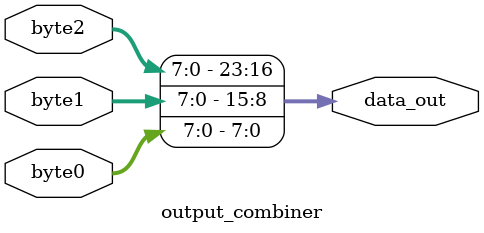
<source format=sv>
module one_hot_load_reg (
    input               clk,
    input               rst_n,
    input      [23:0]   data_word,
    input      [2:0]    load_select,  // One-hot encoded
    output     [23:0]   data_out
);
    // Register data_word and load_select to improve timing
    reg [23:0] data_word_reg;
    reg [2:0]  load_select_reg;
    
    always @(posedge clk or negedge rst_n) begin
        if (!rst_n) begin
            data_word_reg <= 24'h0;
            load_select_reg <= 3'h0;
        end
        else begin
            data_word_reg <= data_word;
            load_select_reg <= load_select;
        end
    end

    // Internal connections
    wire [7:0]  byte0_out;
    wire [7:0]  byte1_out;
    wire [7:0]  byte2_out;
    wire        load_byte0;
    wire        load_byte1;
    wire        load_byte2;

    // Decode load select signals - now using registered input
    load_decoder u_load_decoder (
        .load_select    (load_select_reg),
        .load_byte0     (load_byte0),
        .load_byte1     (load_byte1),
        .load_byte2     (load_byte2)
    );

    // Byte 0 (LSB) handling - now using registered input
    byte_register #(
        .START_BIT      (0)
    ) u_byte0_register (
        .clk            (clk),
        .rst_n          (rst_n),
        .data_in        (data_word_reg[7:0]),
        .load_enable    (load_byte0),
        .byte_out       (byte0_out)
    );

    // Byte 1 (middle) handling - now using registered input
    byte_register #(
        .START_BIT      (8)
    ) u_byte1_register (
        .clk            (clk),
        .rst_n          (rst_n),
        .data_in        (data_word_reg[15:8]),
        .load_enable    (load_byte1),
        .byte_out       (byte1_out)
    );

    // Byte 2 (MSB) handling - now using registered input
    byte_register #(
        .START_BIT      (16)
    ) u_byte2_register (
        .clk            (clk),
        .rst_n          (rst_n),
        .data_in        (data_word_reg[23:16]),
        .load_enable    (load_byte2),
        .byte_out       (byte2_out)
    );

    // Output combiner
    output_combiner u_output_combiner (
        .byte0          (byte0_out),
        .byte1          (byte1_out),
        .byte2          (byte2_out),
        .data_out       (data_out)
    );
endmodule

// Decoder module for load signals
module load_decoder (
    input      [2:0]    load_select,  // One-hot encoded
    output reg          load_byte0,
    output reg          load_byte1,
    output reg          load_byte2
);
    // Decode one-hot load select signals
    always @(*) begin
        load_byte0 = load_select[0];
        load_byte1 = load_select[1];
        load_byte2 = load_select[2];
    end
endmodule

// Parameterized byte register module
module byte_register #(
    parameter START_BIT = 0
)(
    input               clk,
    input               rst_n,
    input      [7:0]    data_in,
    input               load_enable,
    output reg [7:0]    byte_out
);
    // Register implementation for a single byte
    always @(posedge clk or negedge rst_n) begin
        if (!rst_n)
            byte_out <= 8'h0;
        else if (load_enable)
            byte_out <= data_in;
    end
endmodule

// Output combiner module
module output_combiner (
    input      [7:0]    byte0,
    input      [7:0]    byte1,
    input      [7:0]    byte2,
    output     [23:0]   data_out
);
    // Combine the bytes into the final output
    assign data_out = {byte2, byte1, byte0};
endmodule
</source>
